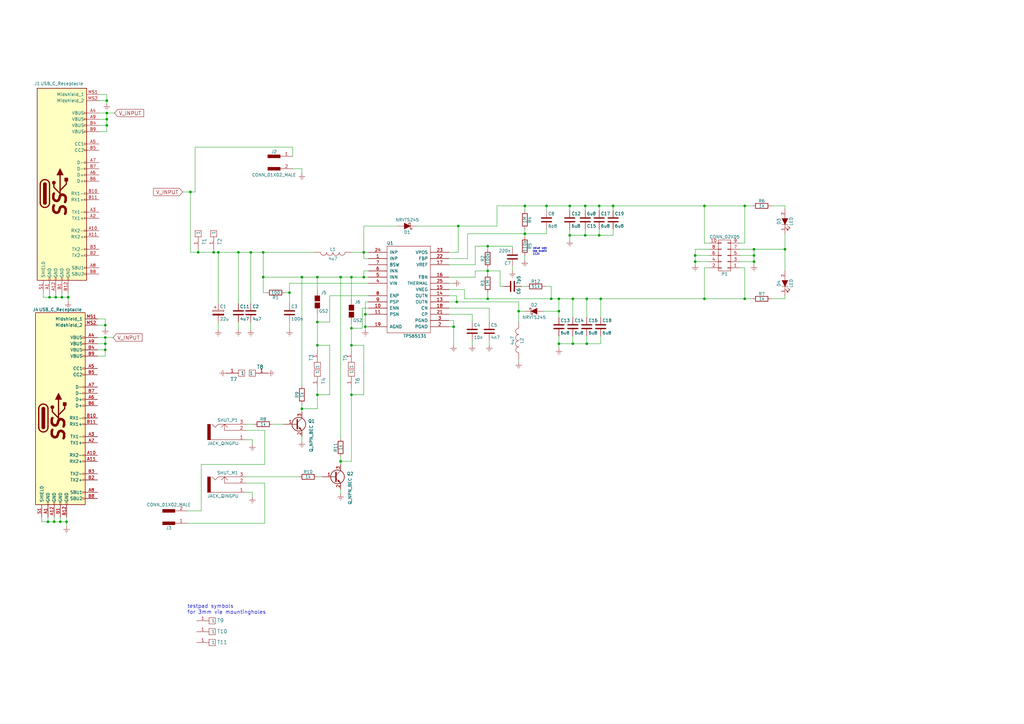
<source format=kicad_sch>
(kicad_sch (version 20231120) (generator "eeschema") (generator_version "8.0")
  (paper "A3")
  (title_block (title "IPS2 - Interruptible Power Supply 2") (rev "MK1.4") (company "Seismic Industries") (comment 1 "2HP PSU 0.7A") (comment 2 "CC-BY-SA-NC"))
  (junction (at 187.325 123.825))
  (junction (at 144.145 161.925))
  (junction (at 130.175 113.665))
  (junction (at 149.86 128.905))
  (junction (at 130.175 141.605))
  (junction (at 240.665 140.97))
  (junction (at 309.245 104.775))
  (junction (at 215.265 95.885))
  (junction (at 285.115 107.315))
  (junction (at 20.32 121.92))
  (junction (at 107.95 113.665))
  (junction (at 43.815 48.895))
  (junction (at 118.745 120.015))
  (junction (at 233.68 96.52))
  (junction (at 81.28 103.505))
  (junction (at 43.18 140.97))
  (junction (at 27.305 213.995))
  (junction (at 240.665 122.555))
  (junction (at 246.38 122.555))
  (junction (at 43.815 41.275))
  (junction (at 139.7 189.23))
  (junction (at 139.7 113.665))
  (junction (at 89.535 103.505))
  (junction (at 234.95 140.97))
  (junction (at 200.025 122.555))
  (junction (at 43.18 143.51))
  (junction (at 321.945 102.235))
  (junction (at 229.235 140.97))
  (junction (at 130.175 161.925))
  (junction (at 43.18 133.35))
  (junction (at 305.435 122.555))
  (junction (at 226.06 122.555))
  (junction (at 229.235 122.555))
  (junction (at 229.235 127.635))
  (junction (at 240.03 96.52))
  (junction (at 87.63 103.505))
  (junction (at 149.225 113.665))
  (junction (at 309.245 102.235))
  (junction (at 149.225 103.505))
  (junction (at 123.825 113.665))
  (junction (at 144.145 134.62))
  (junction (at 43.815 51.435))
  (junction (at 245.745 84.455))
  (junction (at 212.725 127.635))
  (junction (at 215.265 84.455))
  (junction (at 234.95 122.555))
  (junction (at 285.115 104.775))
  (junction (at 245.745 96.52))
  (junction (at 123.825 167.64))
  (junction (at 305.435 84.455))
  (junction (at 309.245 107.315))
  (junction (at 24.765 213.995))
  (junction (at 240.03 84.455))
  (junction (at 200.025 111.125))
  (junction (at 144.145 141.605))
  (junction (at 288.925 84.455))
  (junction (at 149.86 133.985))
  (junction (at 200.025 100.965))
  (junction (at 22.225 213.995))
  (junction (at 102.87 103.505))
  (junction (at 224.155 84.455))
  (junction (at 25.4 121.92))
  (junction (at 19.685 213.995))
  (junction (at 43.815 46.355))
  (junction (at 144.145 113.665))
  (junction (at 107.95 103.505))
  (junction (at 78.105 78.74))
  (junction (at 22.86 121.92))
  (junction (at 251.46 84.455))
  (junction (at 97.79 103.505))
  (junction (at 288.925 122.555))
  (junction (at 186.055 133.985))
  (junction (at 27.94 121.92))
  (junction (at 43.18 138.43))
  (junction (at 130.175 132.08))
  (junction (at 187.96 92.71))
  (junction (at 233.68 84.455))
  (wire (pts (xy 97.79 103.505) (xy 102.87 103.505)))
  (wire (pts (xy 151.13 111.125) (xy 149.225 111.125)))
  (wire (pts (xy 203.835 84.455) (xy 215.265 84.455)))
  (wire (pts (xy 200.025 122.555) (xy 226.06 122.555)))
  (wire (pts (xy 215.265 84.455) (xy 224.155 84.455)))
  (wire (pts (xy 170.815 92.71) (xy 187.96 92.71)))
  (wire (pts (xy 215.265 95.885) (xy 215.265 97.155)))
  (wire (pts (xy 27.305 212.09) (xy 27.305 213.995)))
  (wire (pts (xy 233.68 93.98) (xy 233.68 96.52)))
  (wire (pts (xy 40.005 146.05) (xy 43.18 146.05)))
  (wire (pts (xy 40.005 130.81) (xy 43.18 130.81)))
  (wire (pts (xy 144.145 161.925) (xy 144.145 189.23)))
  (wire (pts (xy 186.055 133.985) (xy 186.055 141.605)))
  (wire (pts (xy 135.255 141.605) (xy 135.255 161.925)))
  (wire (pts (xy 226.06 117.475) (xy 226.06 122.555)))
  (wire (pts (xy 20.32 121.92) (xy 22.86 121.92)))
  (wire (pts (xy 184.15 113.665) (xy 194.945 113.665)))
  (wire (pts (xy 240.03 96.52) (xy 245.745 96.52)))
  (wire (pts (xy 149.225 161.925) (xy 144.145 161.925)))
  (wire (pts (xy 246.38 122.555) (xy 288.925 122.555)))
  (wire (pts (xy 103.505 201.93) (xy 103.505 203.835)))
  (wire (pts (xy 229.235 127.635) (xy 229.235 130.175)))
  (wire (pts (xy 43.18 146.05) (xy 43.18 143.51)))
  (wire (pts (xy 149.225 103.505) (xy 151.13 103.505)))
  (wire (pts (xy 17.145 212.09) (xy 17.145 213.995)))
  (wire (pts (xy 118.745 116.205) (xy 118.745 120.015)))
  (wire (pts (xy 103.505 180.34) (xy 103.505 182.245)))
  (wire (pts (xy 321.945 95.885) (xy 321.945 102.235)))
  (wire (pts (xy 290.83 107.315) (xy 285.115 107.315)))
  (wire (pts (xy 194.945 113.665) (xy 194.945 111.125)))
  (wire (pts (xy 139.7 202.565) (xy 139.7 200.66)))
  (wire (pts (xy 149.225 111.125) (xy 149.225 113.665)))
  (wire (pts (xy 123.825 113.665) (xy 130.175 113.665)))
  (wire (pts (xy 102.87 132.08) (xy 102.87 135.255)))
  (wire (pts (xy 46.355 138.43) (xy 43.18 138.43)))
  (wire (pts (xy 240.665 137.795) (xy 240.665 140.97)))
  (wire (pts (xy 100.965 195.58) (xy 122.555 195.58)))
  (wire (pts (xy 22.225 213.995) (xy 24.765 213.995)))
  (wire (pts (xy 87.63 103.505) (xy 89.535 103.505)))
  (wire (pts (xy 193.675 139.7) (xy 193.675 141.605)))
  (wire (pts (xy 229.235 137.795) (xy 229.235 140.97)))
  (wire (pts (xy 305.435 122.555) (xy 308.61 122.555)))
  (wire (pts (xy 123.825 158.115) (xy 123.825 113.665)))
  (wire (pts (xy 108.585 190.5) (xy 108.585 176.53)))
  (wire (pts (xy 76.835 214.63) (xy 108.585 214.63)))
  (wire (pts (xy 184.15 108.585) (xy 194.945 108.585)))
  (wire (pts (xy 116.205 173.99) (xy 111.76 173.99)))
  (wire (pts (xy 184.15 133.985) (xy 186.055 133.985)))
  (wire (pts (xy 80.01 60.325) (xy 80.01 78.74)))
  (wire (pts (xy 135.255 161.925) (xy 130.175 161.925)))
  (wire (pts (xy 234.95 130.175) (xy 234.95 122.555)))
  (wire (pts (xy 107.95 120.015) (xy 109.22 120.015)))
  (wire (pts (xy 187.325 123.825) (xy 212.725 123.825)))
  (wire (pts (xy 123.825 167.64) (xy 123.825 168.91)))
  (wire (pts (xy 107.95 103.505) (xy 128.905 103.505)))
  (wire (pts (xy 130.175 118.745) (xy 130.175 113.665)))
  (wire (pts (xy 107.95 113.665) (xy 123.825 113.665)))
  (wire (pts (xy 194.945 100.965) (xy 200.025 100.965)))
  (wire (pts (xy 200.025 120.015) (xy 200.025 122.555)))
  (wire (pts (xy 303.53 104.775) (xy 309.245 104.775)))
  (wire (pts (xy 229.235 140.97) (xy 234.95 140.97)))
  (wire (pts (xy 149.225 113.665) (xy 151.13 113.665)))
  (wire (pts (xy 118.745 132.08) (xy 118.745 135.255)))
  (wire (pts (xy 245.745 96.52) (xy 245.745 93.98)))
  (wire (pts (xy 212.725 147.32) (xy 212.725 148.59)))
  (wire (pts (xy 184.15 123.825) (xy 187.325 123.825)))
  (wire (pts (xy 89.535 135.255) (xy 89.535 132.08)))
  (wire (pts (xy 130.175 141.605) (xy 135.255 141.605)))
  (wire (pts (xy 135.255 121.285) (xy 135.255 132.08)))
  (wire (pts (xy 123.825 165.735) (xy 123.825 167.64)))
  (wire (pts (xy 20.32 120.015) (xy 20.32 121.92)))
  (wire (pts (xy 19.685 213.995) (xy 22.225 213.995)))
  (wire (pts (xy 89.535 103.505) (xy 89.535 124.46)))
  (wire (pts (xy 215.265 93.98) (xy 215.265 95.885)))
  (wire (pts (xy 240.03 84.455) (xy 245.745 84.455)))
  (wire (pts (xy 19.685 212.09) (xy 19.685 213.995)))
  (wire (pts (xy 223.52 117.475) (xy 226.06 117.475)))
  (wire (pts (xy 144.145 159.385) (xy 144.145 161.925)))
  (wire (pts (xy 149.86 133.985) (xy 149.86 135.255)))
  (wire (pts (xy 82.55 209.55) (xy 82.55 190.5)))
  (wire (pts (xy 108.585 176.53) (xy 100.965 176.53)))
  (wire (pts (xy 251.46 86.36) (xy 251.46 84.455)))
  (wire (pts (xy 123.825 69.215) (xy 120.015 69.215)))
  (wire (pts (xy 20.32 121.92) (xy 17.78 121.92)))
  (wire (pts (xy 43.815 51.435) (xy 43.815 48.895)))
  (wire (pts (xy 191.77 95.885) (xy 215.265 95.885)))
  (wire (pts (xy 148.59 134.62) (xy 144.145 134.62)))
  (wire (pts (xy 200.025 100.965) (xy 200.025 102.235)))
  (wire (pts (xy 43.18 133.35) (xy 43.18 134.62)))
  (wire (pts (xy 191.77 106.045) (xy 191.77 95.885)))
  (wire (pts (xy 245.745 84.455) (xy 251.46 84.455)))
  (wire (pts (xy 321.945 102.235) (xy 321.945 111.125)))
  (wire (pts (xy 144.145 113.665) (xy 149.225 113.665)))
  (wire (pts (xy 130.175 132.08) (xy 130.175 141.605)))
  (wire (pts (xy 290.83 102.235) (xy 285.115 102.235)))
  (wire (pts (xy 108.585 198.12) (xy 100.965 198.12)))
  (wire (pts (xy 215.9 117.475) (xy 213.995 117.475)))
  (wire (pts (xy 149.86 133.985) (xy 151.13 133.985)))
  (wire (pts (xy 27.305 213.995) (xy 27.305 215.9)))
  (wire (pts (xy 194.945 111.125) (xy 200.025 111.125)))
  (wire (pts (xy 89.535 103.505) (xy 97.79 103.505)))
  (wire (pts (xy 43.18 140.97) (xy 43.18 138.43)))
  (wire (pts (xy 245.745 86.36) (xy 245.745 84.455)))
  (wire (pts (xy 149.225 103.505) (xy 149.225 106.045)))
  (wire (pts (xy 78.105 78.74) (xy 78.105 103.505)))
  (wire (pts (xy 139.7 187.325) (xy 139.7 189.23)))
  (wire (pts (xy 120.015 60.325) (xy 80.01 60.325)))
  (wire (pts (xy 22.225 212.09) (xy 22.225 213.995)))
  (wire (pts (xy 24.765 213.995) (xy 27.305 213.995)))
  (wire (pts (xy 186.055 116.205) (xy 184.15 116.205)))
  (wire (pts (xy 25.4 120.015) (xy 25.4 121.92)))
  (wire (pts (xy 120.015 64.135) (xy 120.015 60.325)))
  (wire (pts (xy 108.585 214.63) (xy 108.585 198.12)))
  (wire (pts (xy 151.13 128.905) (xy 149.86 128.905)))
  (wire (pts (xy 144.145 122.555) (xy 144.145 113.665)))
  (wire (pts (xy 132.08 195.58) (xy 130.175 195.58)))
  (wire (pts (xy 200.025 111.125) (xy 205.105 111.125)))
  (wire (pts (xy 163.195 92.71) (xy 149.225 92.71)))
  (wire (pts (xy 40.64 38.735) (xy 43.815 38.735)))
  (wire (pts (xy 144.145 141.605) (xy 149.225 141.605)))
  (wire (pts (xy 82.55 190.5) (xy 108.585 190.5)))
  (wire (pts (xy 233.68 84.455) (xy 233.68 86.36)))
  (wire (pts (xy 149.225 141.605) (xy 149.225 161.925)))
  (wire (pts (xy 43.18 130.81) (xy 43.18 133.35)))
  (wire (pts (xy 130.175 161.925) (xy 130.175 167.64)))
  (wire (pts (xy 24.765 212.09) (xy 24.765 213.995)))
  (wire (pts (xy 17.145 213.995) (xy 19.685 213.995)))
  (wire (pts (xy 245.745 96.52) (xy 251.46 96.52)))
  (wire (pts (xy 246.38 130.175) (xy 246.38 122.555)))
  (wire (pts (xy 144.145 132.715) (xy 144.145 134.62)))
  (wire (pts (xy 187.96 92.71) (xy 203.835 92.71)))
  (wire (pts (xy 309.245 107.315) (xy 303.53 107.315)))
  (wire (pts (xy 222.885 127.635) (xy 229.235 127.635)))
  (wire (pts (xy 43.815 41.275) (xy 43.815 42.545)))
  (wire (pts (xy 285.115 104.775) (xy 285.115 107.315)))
  (wire (pts (xy 40.005 133.35) (xy 43.18 133.35)))
  (wire (pts (xy 81.28 102.235) (xy 81.28 103.505)))
  (wire (pts (xy 87.63 102.235) (xy 87.63 103.505)))
  (wire (pts (xy 290.83 99.695) (xy 288.925 99.695)))
  (wire (pts (xy 234.95 137.795) (xy 234.95 140.97)))
  (wire (pts (xy 193.675 128.905) (xy 193.675 132.08)))
  (wire (pts (xy 40.64 53.975) (xy 43.815 53.975)))
  (wire (pts (xy 78.105 103.505) (xy 81.28 103.505)))
  (wire (pts (xy 184.15 128.905) (xy 193.675 128.905)))
  (wire (pts (xy 305.435 109.855) (xy 303.53 109.855)))
  (wire (pts (xy 116.84 120.015) (xy 118.745 120.015)))
  (wire (pts (xy 321.945 122.555) (xy 321.945 121.285)))
  (wire (pts (xy 316.23 122.555) (xy 321.945 122.555)))
  (wire (pts (xy 43.815 53.975) (xy 43.815 51.435)))
  (wire (pts (xy 149.225 92.71) (xy 149.225 103.505)))
  (wire (pts (xy 240.03 86.36) (xy 240.03 84.455)))
  (wire (pts (xy 102.87 103.505) (xy 107.95 103.505)))
  (wire (pts (xy 135.255 121.285) (xy 151.13 121.285)))
  (wire (pts (xy 40.64 48.895) (xy 43.815 48.895)))
  (wire (pts (xy 288.925 122.555) (xy 305.435 122.555)))
  (wire (pts (xy 144.145 141.605) (xy 144.145 143.51)))
  (wire (pts (xy 118.745 116.205) (xy 151.13 116.205)))
  (wire (pts (xy 285.115 102.235) (xy 285.115 104.775)))
  (wire (pts (xy 233.68 96.52) (xy 240.03 96.52)))
  (wire (pts (xy 240.03 93.98) (xy 240.03 96.52)))
  (wire (pts (xy 43.815 46.355) (xy 40.64 46.355)))
  (wire (pts (xy 215.265 84.455) (xy 215.265 86.36)))
  (wire (pts (xy 22.86 120.015) (xy 22.86 121.92)))
  (wire (pts (xy 234.95 122.555) (xy 240.665 122.555)))
  (wire (pts (xy 288.925 84.455) (xy 305.435 84.455)))
  (wire (pts (xy 135.255 132.08) (xy 130.175 132.08)))
  (wire (pts (xy 305.435 84.455) (xy 308.61 84.455)))
  (wire (pts (xy 144.145 103.505) (xy 149.225 103.505)))
  (wire (pts (xy 97.79 132.08) (xy 97.79 135.255)))
  (wire (pts (xy 144.145 134.62) (xy 144.145 141.605)))
  (wire (pts (xy 139.7 179.705) (xy 139.7 113.665)))
  (wire (pts (xy 27.94 121.92) (xy 27.94 123.825)))
  (wire (pts (xy 251.46 84.455) (xy 288.925 84.455)))
  (wire (pts (xy 130.175 141.605) (xy 130.175 143.51)))
  (wire (pts (xy 25.4 121.92) (xy 27.94 121.92)))
  (wire (pts (xy 149.86 128.905) (xy 149.86 133.985)))
  (wire (pts (xy 200.66 126.365) (xy 200.66 132.08)))
  (wire (pts (xy 303.53 99.695) (xy 305.435 99.695)))
  (wire (pts (xy 215.265 127.635) (xy 212.725 127.635)))
  (wire (pts (xy 184.15 126.365) (xy 200.66 126.365)))
  (wire (pts (xy 309.245 107.315) (xy 309.245 108.585)))
  (wire (pts (xy 309.245 102.235) (xy 309.245 104.775)))
  (wire (pts (xy 200.025 111.125) (xy 200.025 112.395)))
  (wire (pts (xy 226.06 122.555) (xy 229.235 122.555)))
  (wire (pts (xy 148.59 126.365) (xy 148.59 134.62)))
  (wire (pts (xy 144.145 189.23) (xy 139.7 189.23)))
  (wire (pts (xy 130.175 113.665) (xy 139.7 113.665)))
  (wire (pts (xy 184.15 121.285) (xy 187.325 121.285)))
  (wire (pts (xy 46.99 46.355) (xy 43.815 46.355)))
  (wire (pts (xy 246.38 140.97) (xy 246.38 137.795)))
  (wire (pts (xy 123.825 71.12) (xy 123.825 69.215)))
  (wire (pts (xy 288.925 109.855) (xy 290.83 109.855)))
  (wire (pts (xy 234.95 140.97) (xy 240.665 140.97)))
  (wire (pts (xy 215.265 104.775) (xy 215.265 106.68)))
  (wire (pts (xy 210.185 100.965) (xy 210.185 101.6)))
  (wire (pts (xy 43.815 48.895) (xy 43.815 46.355)))
  (wire (pts (xy 184.15 103.505) (xy 187.96 103.505)))
  (wire (pts (xy 215.265 95.885) (xy 224.155 95.885)))
  (wire (pts (xy 251.46 96.52) (xy 251.46 93.98)))
  (wire (pts (xy 316.23 84.455) (xy 321.945 84.455)))
  (wire (pts (xy 130.175 128.905) (xy 130.175 132.08)))
  (wire (pts (xy 309.245 102.235) (xy 321.945 102.235)))
  (wire (pts (xy 43.18 143.51) (xy 43.18 140.97)))
  (wire (pts (xy 200.66 139.7) (xy 200.66 141.605)))
  (wire (pts (xy 81.28 103.505) (xy 87.63 103.505)))
  (wire (pts (xy 200.025 100.965) (xy 210.185 100.965)))
  (wire (pts (xy 118.745 120.015) (xy 118.745 124.46)))
  (wire (pts (xy 27.94 120.015) (xy 27.94 121.92)))
  (wire (pts (xy 100.965 173.99) (xy 104.14 173.99)))
  (wire (pts (xy 76.835 209.55) (xy 82.55 209.55)))
  (wire (pts (xy 17.78 121.92) (xy 17.78 120.015)))
  (wire (pts (xy 102.87 103.505) (xy 102.87 124.46)))
  (wire (pts (xy 184.15 106.045) (xy 191.77 106.045)))
  (wire (pts (xy 123.825 179.07) (xy 123.825 180.975)))
  (wire (pts (xy 22.86 121.92) (xy 25.4 121.92)))
  (wire (pts (xy 305.435 122.555) (xy 305.435 109.855)))
  (wire (pts (xy 303.53 102.235) (xy 309.245 102.235)))
  (wire (pts (xy 321.945 84.455) (xy 321.945 85.725)))
  (wire (pts (xy 149.86 123.825) (xy 149.86 128.905)))
  (wire (pts (xy 107.95 113.665) (xy 107.95 120.015)))
  (wire (pts (xy 205.105 117.475) (xy 206.375 117.475)))
  (wire (pts (xy 187.325 121.285) (xy 187.325 123.825)))
  (wire (pts (xy 190.5 122.555) (xy 200.025 122.555)))
  (wire (pts (xy 40.64 51.435) (xy 43.815 51.435)))
  (wire (pts (xy 43.815 38.735) (xy 43.815 41.275)))
  (wire (pts (xy 240.665 140.97) (xy 246.38 140.97)))
  (wire (pts (xy 240.665 130.175) (xy 240.665 122.555)))
  (wire (pts (xy 107.95 103.505) (xy 107.95 113.665)))
  (wire (pts (xy 190.5 118.745) (xy 190.5 122.555)))
  (wire (pts (xy 184.15 118.745) (xy 190.5 118.745)))
  (wire (pts (xy 229.235 140.97) (xy 229.235 142.875)))
  (wire (pts (xy 78.105 78.74) (xy 80.01 78.74)))
  (wire (pts (xy 40.64 41.275) (xy 43.815 41.275)))
  (wire (pts (xy 229.235 122.555) (xy 229.235 127.635)))
  (wire (pts (xy 309.245 104.775) (xy 309.245 107.315)))
  (wire (pts (xy 210.185 111.125) (xy 210.185 109.22)))
  (wire (pts (xy 187.96 103.505) (xy 187.96 92.71)))
  (wire (pts (xy 97.79 124.46) (xy 97.79 103.505)))
  (wire (pts (xy 149.225 106.045) (xy 151.13 106.045)))
  (wire (pts (xy 224.155 95.885) (xy 224.155 93.98)))
  (wire (pts (xy 212.725 123.825) (xy 212.725 127.635)))
  (wire (pts (xy 224.155 84.455) (xy 233.68 84.455)))
  (wire (pts (xy 233.68 84.455) (xy 240.03 84.455)))
  (wire (pts (xy 184.15 131.445) (xy 186.055 131.445)))
  (wire (pts (xy 233.68 96.52) (xy 233.68 98.425)))
  (wire (pts (xy 100.965 180.34) (xy 103.505 180.34)))
  (wire (pts (xy 288.925 122.555) (xy 288.925 109.855)))
  (wire (pts (xy 40.005 143.51) (xy 43.18 143.51)))
  (wire (pts (xy 43.18 138.43) (xy 40.005 138.43)))
  (wire (pts (xy 139.7 113.665) (xy 144.145 113.665)))
  (wire (pts (xy 205.105 111.125) (xy 205.105 117.475)))
  (wire (pts (xy 74.93 78.74) (xy 78.105 78.74)))
  (wire (pts (xy 151.13 126.365) (xy 148.59 126.365)))
  (wire (pts (xy 186.055 131.445) (xy 186.055 133.985)))
  (wire (pts (xy 240.665 122.555) (xy 246.38 122.555)))
  (wire (pts (xy 151.13 123.825) (xy 149.86 123.825)))
  (wire (pts (xy 100.965 201.93) (xy 103.505 201.93)))
  (wire (pts (xy 212.725 127.635) (xy 212.725 132.08)))
  (wire (pts (xy 40.005 140.97) (xy 43.18 140.97)))
  (wire (pts (xy 288.925 99.695) (xy 288.925 84.455)))
  (wire (pts (xy 200.025 109.855) (xy 200.025 111.125)))
  (wire (pts (xy 224.155 84.455) (xy 224.155 86.36)))
  (wire (pts (xy 130.175 167.64) (xy 123.825 167.64)))
  (wire (pts (xy 130.175 159.385) (xy 130.175 161.925)))
  (wire (pts (xy 285.115 107.315) (xy 285.115 108.585)))
  (wire (pts (xy 229.235 122.555) (xy 234.95 122.555)))
  (wire (pts (xy 203.835 92.71) (xy 203.835 84.455)))
  (wire (pts (xy 305.435 99.695) (xy 305.435 84.455)))
  (wire (pts (xy 290.83 104.775) (xy 285.115 104.775)))
  (wire (pts (xy 139.7 189.23) (xy 139.7 190.5)))
  (wire (pts (xy 194.945 108.585) (xy 194.945 100.965)))
  (text "testpad symbols\nfor 3mm via mountingholes\n" (at 76.835 252.095 0) (effects (font (size 1.524 1.524)) (justify left bottom)))
  (text "value was \ntoo exotic\n112k" (at 218.44 104.775 0) (effects (font (size 0.762 0.762)) (justify left bottom)))
  (global_label "V_INPUT" (shape input) (at 46.355 138.43 0) (effects (font (size 1.524 1.524))) (property "Intersheetrefs" "${INTERSHEET_REFS}" (effects (hide yes))))
  (global_label "V_INPUT" (shape input) (at 74.93 78.74 180) (effects (font (size 1.524 1.524))) (property "Intersheetrefs" "${INTERSHEET_REFS}" (effects (hide yes))))
  (global_label "V_INPUT" (shape input) (at 46.99 46.355 0) (effects (font (size 1.524 1.524))) (property "Intersheetrefs" "${INTERSHEET_REFS}" (effects (hide yes))))
  (symbol (lib_id "IPS2-rescue:CONN_02X05-raffilibkicad") (at 297.18 104.775 180) (unit 1)
    (property "Reference" "P1" (at 297.18 112.395 0))
    (property "Value" "CONN_02X05" (at 297.18 97.155 0))
    (property "Footprint" "raffilibkicad:Pin_Header_Angled_2x05_Pitch2.54mm_with_space_for_con" (effects (hide yes)))
    (property "MFR" "Amphenol FCI" (effects (hide yes)))
    (property "MPN" "649-68020-110HLF" (effects (hide yes)))
    (property "SPR" "Mouser" (effects (hide yes)))
    (property "SPN" "68020-110HLF" (effects (hide yes)))
  )
  (symbol (lib_id "IPS2-rescue:C-raffilibkicad") (at 118.745 128.27 0) (unit 1)
    (property "Reference" "C3" (at 119.38 125.73 0) (effects (justify left)))
    (property "Value" "100n" (at 119.38 130.81 0) (effects (justify left)))
    (property "Footprint" "raffilibkicad:C_0603" (effects (hide yes)))
    (property "MFR" "Kemet" (effects (hide yes)))
    (property "MPN" "C0603C104Z3VACTU" (effects (hide yes)))
    (property "SPR" "Mouser" (effects (hide yes)))
    (property "SPN" "80-C0603C104Z3V" (effects (hide yes)))
    (property "LCSC" "C14663" (effects (hide yes)))
  )
  (symbol (lib_id "IPS2-rescue:R-raffilibkicad") (at 113.03 120.015 270) (unit 1)
    (property "Reference" "R1" (at 113.03 122.047 90))
    (property "Value" "100" (at 113.03 120.015 90))
    (property "Footprint" "raffilibkicad:R_0603" (effects (hide yes)))
    (property "MFR" "Vishay" (effects (hide yes)))
    (property "MPN" "CRCW0603100RFKEAC" (effects (hide yes)))
    (property "SPR" "Mouser" (effects (hide yes)))
    (property "SPN" "71-CRCW0603100RFKEAC" (effects (hide yes)))
    (property "LCSC" "C22775" (effects (hide yes)))
  )
  (symbol (lib_id "IPS2-rescue:TPS65131-raffilibkicad") (at 167.64 118.745 0) (unit 1)
    (property "Reference" "U1" (at 160.02 99.695 0))
    (property "Value" "TPS65131" (at 170.18 137.795 0))
    (property "Footprint" "raffilibkicad:QFN-24-4x4mm_Pitch0.5mm_handsolder_big_thermal_hole" (effects (hide yes)))
    (property "MFR" "Texas" (effects (hide yes)))
    (property "MPN" "TPS65131RGER" (effects (hide yes)))
    (property "SPR" "Mouser" (effects (hide yes)))
    (property "SPN" "595-TPS65131RGER" (effects (hide yes)))
    (property "LCSC" "C87663" (effects (hide yes)))
  )
  (symbol (lib_id "IPS2-rescue:INDUCTOR-raffilibkicad") (at 136.525 103.505 270) (unit 1)
    (property "Reference" "L1" (at 136.525 102.235 90))
    (property "Value" "4u7" (at 136.525 106.045 90))
    (property "Footprint" "raffilibkicad:Inductor_SRN4018TA_bourns" (effects (hide yes)))
    (property "MFR" "Bourns" (effects (hide yes)))
    (property "MPN" "SRN4018TA-4R7M" (effects (hide yes)))
    (property "SPR" "Mouser" (effects (hide yes)))
    (property "SPN" "652-SRN4018TA-4R7M" (effects (hide yes)))
    (property "LCSC" "C1330726" (effects (hide yes)))
  )
  (symbol (lib_id "IPS2-rescue:CP-raffilibkicad") (at 89.535 128.27 0) (unit 1)
    (property "Reference" "C1" (at 90.17 125.73 0) (effects (justify left)))
    (property "Value" "22u" (at 90.17 130.81 0) (effects (justify left)))
    (property "Footprint" "raffilibkicad:CP_Elec_7.3x4.3" (effects (hide yes)))
    (property "MFR" "Panasonic" (effects (hide yes)))
    (property "MPN" "EEF-CX1D220R" (effects (hide yes)))
    (property "SPR" "Mouser" (effects (hide yes)))
    (property "SPN" "667-EEF-CX1D220R" (effects (hide yes)))
    (property "LCSC" "C465932" (effects (hide yes)))
  )
  (symbol (lib_id "IPS2-rescue:D_Schottky-raffilibkicad") (at 167.005 92.71 180) (unit 1)
    (property "Reference" "D1" (at 167.005 95.25 0))
    (property "Value" "NRVTS245" (at 167.005 90.17 0))
    (property "Footprint" "raffilibkicad:D_SOD-123F" (effects (hide yes)))
    (property "MFR" "ON Semiconductor" (effects (hide yes)))
    (property "MPN" "NRVTS245ESFT3G" (effects (hide yes)))
    (property "SPR" "Mouser" (effects (hide yes)))
    (property "SPN" "863-NRVTS245ESFT3G" (effects (hide yes)))
    (property "LCSC" "C154804" (effects (hide yes)))
  )
  (symbol (lib_id "IPS2-rescue:R-raffilibkicad") (at 215.265 90.17 0) (unit 1)
    (property "Reference" "R4" (at 217.297 90.17 90))
    (property "Value" "1M" (at 215.265 90.17 90))
    (property "Footprint" "raffilibkicad:R_0603" (effects (hide yes)))
    (property "MFR" "Yageo" (effects (hide yes)))
    (property "MPN" "RC0603FR-071ML" (effects (hide yes)))
    (property "SPR" "Mouser" (effects (hide yes)))
    (property "SPN" "603-RC0603FR-071ML" (effects (hide yes)))
    (property "LCSC" "C22935" (effects (hide yes)))
  )
  (symbol (lib_id "IPS2-rescue:R-raffilibkicad") (at 215.265 100.965 0) (unit 1)
    (property "Reference" "R5" (at 217.297 100.965 90))
    (property "Value" "110k" (at 215.265 100.965 90))
    (property "Footprint" "raffilibkicad:R_0603" (effects (hide yes)))
    (property "MFR" "Bourns" (effects (hide yes)))
    (property "MPN" "CR0603-FX-1103ELF" (effects (hide yes)))
    (property "SPR" "Mouser" (effects (hide yes)))
    (property "SPN" "652-CR0603FX-1103ELF" (effects (hide yes)))
    (property "LCSC" "C25805" (effects (hide yes)))
  )
  (symbol (lib_id "IPS2-rescue:C-raffilibkicad") (at 224.155 90.17 0) (unit 1)
    (property "Reference" "C8" (at 224.79 87.63 0) (effects (justify left)))
    (property "Value" "6p8" (at 224.79 92.71 0) (effects (justify left)))
    (property "Footprint" "raffilibkicad:C_0603" (effects (hide yes)))
    (property "MFR" "Wuerth" (effects (hide yes)))
    (property "MPN" "885012006050" (effects (hide yes)))
    (property "SPR" "Mouser" (effects (hide yes)))
    (property "SPN" "710-885012006050" (effects (hide yes)))
    (property "LCSC" "C1679" (effects (hide yes)))
  )
  (symbol (lib_id "IPS2-rescue:C-raffilibkicad") (at 193.675 135.89 0) (unit 1)
    (property "Reference" "C4" (at 194.31 133.35 0) (effects (justify left)))
    (property "Value" "10n" (at 194.31 138.43 0) (effects (justify left)))
    (property "Footprint" "raffilibkicad:C_0603" (effects (hide yes)))
    (property "MFR" "Wuerth" (effects (hide yes)))
    (property "MPN" "885012206065" (effects (hide yes)))
    (property "SPR" "Mouser" (effects (hide yes)))
    (property "SPN" "710-885012206065" (effects (hide yes)))
    (property "LCSC" "C57112" (effects (hide yes)))
  )
  (symbol (lib_id "IPS2-rescue:C-raffilibkicad") (at 200.66 135.89 0) (unit 1)
    (property "Reference" "C5" (at 201.295 133.35 0) (effects (justify left)))
    (property "Value" "4n7" (at 201.295 138.43 0) (effects (justify left)))
    (property "Footprint" "raffilibkicad:C_0603" (effects (hide yes)))
    (property "MFR" "Wuerth" (effects (hide yes)))
    (property "MPN" "885012206087" (effects (hide yes)))
    (property "SPR" "Mouser" (effects (hide yes)))
    (property "SPN" "710-885012206087" (effects (hide yes)))
    (property "LCSC" "C53987" (effects (hide yes)))
  )
  (symbol (lib_id "IPS2-rescue:INDUCTOR-raffilibkicad") (at 212.725 139.7 180) (unit 1)
    (property "Reference" "L2" (at 213.995 139.7 90))
    (property "Value" "4u7" (at 210.185 139.7 90))
    (property "Footprint" "raffilibkicad:Inductor_SRN4018TA_bourns" (effects (hide yes)))
    (property "MFR" "Bourns" (effects (hide yes)))
    (property "MPN" "SRN4018TA-4R7M" (effects (hide yes)))
    (property "SPR" "Mouser" (effects (hide yes)))
    (property "SPN" "652-SRN4018TA-4R7M" (effects (hide yes)))
    (property "LCSC" "C1330726" (effects (hide yes)))
  )
  (symbol (lib_id "IPS2-rescue:D_Schottky-raffilibkicad") (at 219.075 127.635 0) (unit 1)
    (property "Reference" "D2" (at 219.075 125.095 0))
    (property "Value" "NRVTS245" (at 219.075 130.175 0))
    (property "Footprint" "raffilibkicad:D_SOD-123F" (effects (hide yes)))
    (property "MFR" "ON Semiconductor" (effects (hide yes)))
    (property "MPN" "NRVTS245ESFT3G" (effects (hide yes)))
    (property "SPR" "Mouser" (effects (hide yes)))
    (property "SPN" "863-NRVTS245ESFT3G" (effects (hide yes)))
    (property "LCSC" "C154804" (effects (hide yes)))
  )
  (symbol (lib_id "IPS2-rescue:Earth-power") (at 186.055 141.605 0) (unit 1)
    (property "Reference" "#PWR01" (effects (hide yes)))
    (property "Value" "Earth" (effects (hide yes)))
  )
  (symbol (lib_id "IPS2-rescue:Earth-power") (at 193.675 141.605 0) (unit 1)
    (property "Reference" "#PWR02" (effects (hide yes)))
    (property "Value" "Earth" (effects (hide yes)))
  )
  (symbol (lib_id "IPS2-rescue:Earth-power") (at 200.66 141.605 0) (unit 1)
    (property "Reference" "#PWR03" (effects (hide yes)))
    (property "Value" "Earth" (effects (hide yes)))
  )
  (symbol (lib_id "IPS2-rescue:Earth-power") (at 186.055 116.205 90) (unit 1)
    (property "Reference" "#PWR04" (effects (hide yes)))
    (property "Value" "Earth" (effects (hide yes)))
  )
  (symbol (lib_id "IPS2-rescue:R-raffilibkicad") (at 200.025 106.045 180) (unit 1)
    (property "Reference" "R2" (at 197.993 106.045 90))
    (property "Value" "100k" (at 200.025 106.045 90))
    (property "Footprint" "raffilibkicad:R_0603" (effects (hide yes)))
    (property "MFR" "Vishay / Draloric" (effects (hide yes)))
    (property "MPN" "RCA0603100KJNEC" (effects (hide yes)))
    (property "SPR" "Mouser" (effects (hide yes)))
    (property "SPN" "71-RCA0603100KJNEC" (effects (hide yes)))
    (property "LCSC" "C25803" (effects (hide yes)))
  )
  (symbol (lib_id "IPS2-rescue:Earth-power") (at 233.68 98.425 0) (unit 1)
    (property "Reference" "#PWR05" (effects (hide yes)))
    (property "Value" "Earth" (effects (hide yes)))
  )
  (symbol (lib_id "IPS2-rescue:C-raffilibkicad") (at 210.185 105.41 180) (unit 1)
    (property "Reference" "C7" (at 209.55 107.95 0) (effects (justify left)))
    (property "Value" "220n" (at 209.55 102.87 0) (effects (justify left)))
    (property "Footprint" "raffilibkicad:C_0603" (effects (hide yes)))
    (property "MFR" "Yageo" (effects (hide yes)))
    (property "MPN" "CC603KRX7R7BB224" (effects (hide yes)))
    (property "SPR" "Mouser" (effects (hide yes)))
    (property "SPN" "603-CC603KRX7R7BB224" (effects (hide yes)))
    (property "LCSC" "C21120" (effects (hide yes)))
  )
  (symbol (lib_id "IPS2-rescue:Earth-power") (at 210.185 111.125 0) (unit 1)
    (property "Reference" "#PWR06" (effects (hide yes)))
    (property "Value" "Earth" (effects (hide yes)))
  )
  (symbol (lib_id "IPS2-rescue:R-raffilibkicad") (at 200.025 116.205 180) (unit 1)
    (property "Reference" "R3" (at 197.993 116.205 90))
    (property "Value" "1M" (at 200.025 116.205 90))
    (property "Footprint" "raffilibkicad:R_0603" (effects (hide yes)))
    (property "MFR" "Yageo" (effects (hide yes)))
    (property "MPN" "RC0603FR-071ML" (effects (hide yes)))
    (property "SPR" "Mouser" (effects (hide yes)))
    (property "SPN" "603-RC0603FR-071ML" (effects (hide yes)))
    (property "LCSC" "C22935" (effects (hide yes)))
  )
  (symbol (lib_id "IPS2-rescue:C-raffilibkicad") (at 210.185 117.475 270) (unit 1)
    (property "Reference" "C6" (at 212.725 118.11 0) (effects (justify left)))
    (property "Value" "7p5" (at 212.725 113.03 0) (effects (justify left)))
    (property "Footprint" "raffilibkicad:C_0603" (effects (hide yes)))
    (property "MFR" "Murata" (effects (hide yes)))
    (property "MPN" "GRM1885C1H7R5BA1D" (effects (hide yes)))
    (property "SPR" "Mouser" (effects (hide yes)))
    (property "SPN" "81-GRM1885C1H7R5BA1D" (effects (hide yes)))
    (property "LCSC" "C53424" (effects (hide yes)))
  )
  (symbol (lib_id "IPS2-rescue:Earth-power") (at 149.86 135.255 0) (unit 1)
    (property "Reference" "#PWR07" (effects (hide yes)))
    (property "Value" "Earth" (effects (hide yes)))
  )
  (symbol (lib_id "IPS2-rescue:Earth-power") (at 118.745 135.255 0) (unit 1)
    (property "Reference" "#PWR08" (effects (hide yes)))
    (property "Value" "Earth" (effects (hide yes)))
  )
  (symbol (lib_id "IPS2-rescue:Earth-power") (at 102.87 135.255 0) (unit 1)
    (property "Reference" "#PWR09" (effects (hide yes)))
    (property "Value" "Earth" (effects (hide yes)))
  )
  (symbol (lib_id "IPS2-rescue:Earth-power") (at 103.505 182.245 0) (unit 1)
    (property "Reference" "#PWR010" (effects (hide yes)))
    (property "Value" "Earth" (effects (hide yes)))
  )
  (symbol (lib_id "IPS2-rescue:Earth-power") (at 212.725 148.59 0) (unit 1)
    (property "Reference" "#PWR011" (effects (hide yes)))
    (property "Value" "Earth" (effects (hide yes)))
  )
  (symbol (lib_id "IPS2-rescue:Earth-power") (at 229.235 142.875 0) (unit 1)
    (property "Reference" "#PWR012" (effects (hide yes)))
    (property "Value" "Earth" (effects (hide yes)))
  )
  (symbol (lib_id "IPS2-rescue:Earth-power") (at 215.265 106.68 0) (unit 1)
    (property "Reference" "#PWR013" (effects (hide yes)))
    (property "Value" "Earth" (effects (hide yes)))
  )
  (symbol (lib_id "IPS2-rescue:Earth-power") (at 285.115 108.585 0) (unit 1)
    (property "Reference" "#PWR014" (effects (hide yes)))
    (property "Value" "Earth" (effects (hide yes)))
  )
  (symbol (lib_id "IPS2-rescue:Earth-power") (at 309.245 108.585 0) (unit 1)
    (property "Reference" "#PWR015" (effects (hide yes)))
    (property "Value" "Earth" (effects (hide yes)))
  )
  (symbol (lib_id "IPS2-rescue:LED-raffilibkicad") (at 321.945 90.805 90) (unit 1)
    (property "Reference" "D3" (at 319.405 90.805 0))
    (property "Value" "LED" (at 324.485 90.805 0))
    (property "Footprint" "raffilibkicad:C_0805" (effects (hide yes)))
    (property "MFR" "Kingbright" (effects (hide yes)))
    (property "MPN" "APT2012SGC" (effects (hide yes)))
    (property "SPR" "Mouser" (effects (hide yes)))
    (property "SPN" "604-APT2012SGC" (effects (hide yes)))
    (property "LCSC" "C5353439" (effects (hide yes)))
  )
  (symbol (lib_id "IPS2-rescue:LED-raffilibkicad") (at 321.945 116.205 90) (unit 1)
    (property "Reference" "D4" (at 319.405 116.205 0))
    (property "Value" "LED" (at 324.485 116.205 0))
    (property "Footprint" "raffilibkicad:C_0805" (effects (hide yes)))
    (property "MFR" "Kingbright" (effects (hide yes)))
    (property "MPN" "APT2012SGC" (effects (hide yes)))
    (property "SPR" "Mouser" (effects (hide yes)))
    (property "SPN" "604-APT2012SGC" (effects (hide yes)))
    (property "LCSC" "C5353439" (effects (hide yes)))
  )
  (symbol (lib_id "IPS2-rescue:R-raffilibkicad") (at 312.42 84.455 90) (unit 1)
    (property "Reference" "R6" (at 312.42 82.423 90))
    (property "Value" "1k" (at 312.42 84.455 90))
    (property "Footprint" "raffilibkicad:R_0603" (effects (hide yes)))
    (property "MFR" "Yageo" (effects (hide yes)))
    (property "MPN" "RC0603FR-071KL" (effects (hide yes)))
    (property "SPR" "Mouser" (effects (hide yes)))
    (property "SPN" "603-RC0603FR-071KL" (effects (hide yes)))
    (property "LCSC" "C21190" (effects (hide yes)))
  )
  (symbol (lib_id "IPS2-rescue:R-raffilibkicad") (at 312.42 122.555 90) (unit 1)
    (property "Reference" "R7" (at 312.42 120.523 90))
    (property "Value" "1k" (at 312.42 122.555 90))
    (property "Footprint" "raffilibkicad:R_0603" (effects (hide yes)))
    (property "MFR" "Yageo" (effects (hide yes)))
    (property "MPN" "RC0603FR-071KL" (effects (hide yes)))
    (property "SPR" "Mouser" (effects (hide yes)))
    (property "SPN" "603-RC0603FR-071KL" (effects (hide yes)))
    (property "LCSC" "C21190" (effects (hide yes)))
  )
  (symbol (lib_id "IPS2-rescue:TESTPIN-raffilibkicad") (at 87.63 102.235 90) (unit 1)
    (property "Reference" "T2" (at 90.17 99.06 0) (effects (font (size 1.524 1.524))))
    (property "Value" "TESTPIN" (effects (hide yes)))
    (property "Footprint" "raffilibkicad:TESTPAD_SMD_and_THT_SQR" (effects (hide yes)))
  )
  (symbol (lib_id "IPS2-rescue:TESTPIN-raffilibkicad") (at 81.28 102.235 90) (unit 1)
    (property "Reference" "T1" (at 83.82 99.06 0) (effects (font (size 1.524 1.524))))
    (property "Value" "TESTPIN" (effects (hide yes)))
    (property "Footprint" "raffilibkicad:TESTPAD_SMD_and_THT_SQR" (effects (hide yes)))
  )
  (symbol (lib_id "IPS2-rescue:TESTPIN-raffilibkicad") (at 130.175 143.51 270) (unit 1)
    (property "Reference" "T3" (at 127.635 146.685 0) (effects (font (size 1.524 1.524))))
    (property "Value" "TESTPIN" (effects (hide yes)))
    (property "Footprint" "raffilibkicad:TESTPAD_SMD_and_THT_SQR" (effects (hide yes)))
  )
  (symbol (lib_id "IPS2-rescue:TESTPIN-raffilibkicad") (at 130.175 159.385 90) (unit 1)
    (property "Reference" "T4" (at 132.715 156.21 0) (effects (font (size 1.524 1.524))))
    (property "Value" "TESTPIN" (effects (hide yes)))
    (property "Footprint" "raffilibkicad:TESTPAD_SMD_and_THT_SQR" (effects (hide yes)))
  )
  (symbol (lib_id "IPS2-rescue:TESTPIN-raffilibkicad") (at 144.145 143.51 270) (unit 1)
    (property "Reference" "T5" (at 141.605 146.685 0) (effects (font (size 1.524 1.524))))
    (property "Value" "TESTPIN" (effects (hide yes)))
    (property "Footprint" "raffilibkicad:TESTPAD_SMD_and_THT_SQR" (effects (hide yes)))
  )
  (symbol (lib_id "IPS2-rescue:TESTPIN-raffilibkicad") (at 144.145 159.385 90) (unit 1)
    (property "Reference" "T6" (at 146.685 156.21 0) (effects (font (size 1.524 1.524))))
    (property "Value" "TESTPIN" (effects (hide yes)))
    (property "Footprint" "raffilibkicad:TESTPAD_SMD_and_THT_SQR" (effects (hide yes)))
  )
  (symbol (lib_id "IPS2-rescue:Q_NPN_BEC-raffilibkicad") (at 121.285 173.99 0) (unit 1)
    (property "Reference" "Q1" (at 126.365 172.72 0) (effects (justify left)))
    (property "Value" "Q_NPN_BEC" (at 127.635 185.42 90) (effects (justify left)))
    (property "Footprint" "raffilibkicad:SOT-23" (effects (hide yes)))
    (property "MFR" "ON Semiconductor" (effects (hide yes)))
    (property "MPN" "BC847CLT1G" (effects (hide yes)))
    (property "SPR" "Mouser" (effects (hide yes)))
    (property "SPN" "863-BC847CLT1G" (effects (hide yes)))
    (property "LCSC" "C150094" (effects (hide yes)))
  )
  (symbol (lib_id "IPS2-rescue:Q_NPN_BEC-raffilibkicad") (at 137.16 195.58 0) (unit 1)
    (property "Reference" "Q2" (at 142.24 194.31 0) (effects (justify left)))
    (property "Value" "Q_NPN_BEC" (at 143.51 207.01 90) (effects (justify left)))
    (property "Footprint" "raffilibkicad:SOT-23" (effects (hide yes)))
    (property "MFR" "ON Semiconductor" (effects (hide yes)))
    (property "MPN" "BC847CLT1G" (effects (hide yes)))
    (property "SPR" "Mouser" (effects (hide yes)))
    (property "SPN" "863-BC847CLT1G" (effects (hide yes)))
    (property "LCSC" "C150094" (effects (hide yes)))
  )
  (symbol (lib_id "IPS2-rescue:JACK_QINGPU-raffilibkicad") (at 92.075 177.8 0) (mirror y) (unit 1)
    (property "Reference" "SHUT_P1" (at 93.345 172.339 0))
    (property "Value" "JACK_QINGPU" (at 91.44 181.864 0))
    (property "Footprint" "raffilibkicad:jack_qingpu" (effects (hide yes)))
  )
  (symbol (lib_id "IPS2-rescue:JACK_QINGPU-raffilibkicad") (at 92.075 199.39 0) (mirror y) (unit 1)
    (property "Reference" "SHUT_M1" (at 93.345 193.929 0))
    (property "Value" "JACK_QINGPU" (at 91.44 203.454 0))
    (property "Footprint" "raffilibkicad:jack_qingpu" (effects (hide yes)))
  )
  (symbol (lib_id "IPS2-rescue:R-raffilibkicad") (at 123.825 161.925 180) (unit 1)
    (property "Reference" "R9" (at 121.793 161.925 90))
    (property "Value" "1k" (at 123.825 161.925 90))
    (property "Footprint" "raffilibkicad:R_0603" (effects (hide yes)))
    (property "MFR" "Yageo" (effects (hide yes)))
    (property "MPN" "RC0603FR-071KL" (effects (hide yes)))
    (property "SPR" "Mouser" (effects (hide yes)))
    (property "SPN" "603-RC0603FR-071KL" (effects (hide yes)))
    (property "LCSC" "C21190" (effects (hide yes)))
  )
  (symbol (lib_id "IPS2-rescue:R-raffilibkicad") (at 139.7 183.515 180) (unit 1)
    (property "Reference" "R11" (at 137.668 183.515 90))
    (property "Value" "1k" (at 139.7 183.515 90))
    (property "Footprint" "raffilibkicad:R_0603" (effects (hide yes)))
    (property "MFR" "Yageo" (effects (hide yes)))
    (property "MPN" "RC0603FR-071KL" (effects (hide yes)))
    (property "SPR" "Mouser" (effects (hide yes)))
    (property "SPN" "603-RC0603FR-071KL" (effects (hide yes)))
    (property "LCSC" "C21190" (effects (hide yes)))
  )
  (symbol (lib_id "IPS2-rescue:Earth-power") (at 139.7 202.565 0) (unit 1)
    (property "Reference" "#PWR018" (effects (hide yes)))
    (property "Value" "Earth" (effects (hide yes)))
  )
  (symbol (lib_id "IPS2-rescue:Earth-power") (at 123.825 180.975 0) (unit 1)
    (property "Reference" "#PWR019" (effects (hide yes)))
    (property "Value" "Earth" (effects (hide yes)))
  )
  (symbol (lib_id "IPS2-rescue:R-raffilibkicad") (at 107.95 173.99 90) (unit 1)
    (property "Reference" "R8" (at 107.95 171.958 90))
    (property "Value" "1k" (at 107.95 173.99 90))
    (property "Footprint" "raffilibkicad:R_0603" (effects (hide yes)))
    (property "MFR" "Yageo" (effects (hide yes)))
    (property "MPN" "RC0603FR-071KL" (effects (hide yes)))
    (property "SPR" "Mouser" (effects (hide yes)))
    (property "SPN" "603-RC0603FR-071KL" (effects (hide yes)))
    (property "LCSC" "C21190" (effects (hide yes)))
  )
  (symbol (lib_id "IPS2-rescue:R-raffilibkicad") (at 126.365 195.58 90) (unit 1)
    (property "Reference" "R10" (at 126.365 193.548 90))
    (property "Value" "1k" (at 126.365 195.58 90))
    (property "Footprint" "raffilibkicad:R_0603" (effects (hide yes)))
    (property "MFR" "Yageo" (effects (hide yes)))
    (property "MPN" "RC0603FR-071KL" (effects (hide yes)))
    (property "SPR" "Mouser" (effects (hide yes)))
    (property "SPN" "603-RC0603FR-071KL" (effects (hide yes)))
    (property "LCSC" "C21190" (effects (hide yes)))
  )
  (symbol (lib_id "IPS2-rescue:C-raffilibkicad") (at 102.87 128.27 0) (unit 1)
    (property "Reference" "C2" (at 103.505 125.73 0) (effects (justify left)))
    (property "Value" "4u7" (at 103.505 130.81 0) (effects (justify left)))
    (property "Footprint" "raffilibkicad:C_0805" (effects (hide yes)))
    (property "MFR" "Murata" (effects (hide yes)))
    (property "MPN" "GRM21BR61H475KE51L" (effects (hide yes)))
    (property "SPR" "Mouser" (effects (hide yes)))
    (property "SPN" "81-GRM21BR61H475KE1L" (effects (hide yes)))
    (property "LCSC" "C1779" (effects (hide yes)))
  )
  (symbol (lib_id "IPS2-rescue:Earth-power") (at 103.505 203.835 0) (unit 1)
    (property "Reference" "#PWR020" (effects (hide yes)))
    (property "Value" "Earth" (effects (hide yes)))
  )
  (symbol (lib_id "IPS2-rescue:TESTPIN-raffilibkicad") (at 92.71 153.035 0) (unit 1)
    (property "Reference" "T7" (at 95.885 155.575 0) (effects (font (size 1.524 1.524))))
    (property "Value" "TESTPIN" (effects (hide yes)))
    (property "Footprint" "raffilibkicad:TESTPAD_SMD_and_THT_SQR" (effects (hide yes)))
  )
  (symbol (lib_id "IPS2-rescue:Earth-power") (at 92.71 153.035 270) (unit 1)
    (property "Reference" "#PWR021" (effects (hide yes)))
    (property "Value" "Earth" (effects (hide yes)))
  )
  (symbol (lib_id "IPS2-rescue:TESTPIN-raffilibkicad") (at 109.855 153.035 180) (unit 1)
    (property "Reference" "T8" (at 106.68 150.495 0) (effects (font (size 1.524 1.524))))
    (property "Value" "TESTPIN" (effects (hide yes)))
    (property "Footprint" "raffilibkicad:TESTPAD_SMD_and_THT_SQR" (effects (hide yes)))
  )
  (symbol (lib_id "IPS2-rescue:Earth-power") (at 109.855 153.035 90) (unit 1)
    (property "Reference" "#PWR022" (effects (hide yes)))
    (property "Value" "Earth" (effects (hide yes)))
  )
  (symbol (lib_id "IPS2-rescue:Earth-power") (at 89.535 135.255 0) (unit 1)
    (property "Reference" "#PWR023" (effects (hide yes)))
    (property "Value" "Earth" (effects (hide yes)))
  )
  (symbol (lib_id "IPS2-rescue:GS2-raffilibkicad") (at 144.145 127.635 0) (unit 1)
    (property "Reference" "J6" (at 146.685 123.825 0))
    (property "Value" "GS2" (at 146.685 131.4196 0))
    (property "Footprint" "Connectors:GS2" (effects (hide yes)))
  )
  (symbol (lib_id "IPS2-rescue:GS2-raffilibkicad") (at 130.175 123.825 0) (unit 1)
    (property "Reference" "J5" (at 132.715 120.015 0))
    (property "Value" "GS2" (at 132.715 127.6096 0))
    (property "Footprint" "Connectors:GS2" (effects (hide yes)))
  )
  (symbol (lib_id "IPS2-rescue:C-raffilibkicad") (at 233.68 90.17 0) (unit 1)
    (property "Reference" "C12" (at 234.315 87.63 0) (effects (justify left)))
    (property "Value" "6u8" (at 234.315 92.71 0) (effects (justify left)))
    (property "Footprint" "raffilibkicad:C_1206" (effects (hide yes)))
    (property "MFR" "TDK" (effects (hide yes)))
    (property "MPN" "C3216X7R1E685K160AB" (effects (hide yes)))
    (property "SPR" "Mouser" (effects (hide yes)))
    (property "SPN" "810-C3216X7R1E685K" (effects (hide yes)))
    (property "LCSC" "C7393982" (effects (hide yes)))
  )
  (symbol (lib_id "IPS2-rescue:C-raffilibkicad") (at 240.03 90.17 0) (mirror x) (unit 1)
    (property "Reference" "C15" (at 240.665 92.71 0) (effects (justify left)))
    (property "Value" "6u8" (at 240.665 87.63 0) (effects (justify left)))
    (property "Footprint" "raffilibkicad:C_1206" (effects (hide yes)))
    (property "MFR" "TDK" (effects (hide yes)))
    (property "MPN" "C3216X7R1E685K160AB" (effects (hide yes)))
    (property "SPR" "Mouser" (effects (hide yes)))
    (property "SPN" "810-C3216X7R1E685K" (effects (hide yes)))
    (property "LCSC" "C7393982" (effects (hide yes)))
  )
  (symbol (lib_id "IPS2-rescue:C-raffilibkicad") (at 245.745 90.17 0) (unit 1)
    (property "Reference" "C17" (at 246.38 87.63 0) (effects (justify left)))
    (property "Value" "6u8" (at 246.38 92.71 0) (effects (justify left)))
    (property "Footprint" "raffilibkicad:C_1206" (effects (hide yes)))
    (property "MFR" "TDK" (effects (hide yes)))
    (property "MPN" "C3216X7R1E685K160AB" (effects (hide yes)))
    (property "SPR" "Mouser" (effects (hide yes)))
    (property "SPN" "810-C3216X7R1E685K" (effects (hide yes)))
    (property "LCSC" "C7393982" (effects (hide yes)))
  )
  (symbol (lib_id "IPS2-rescue:C-raffilibkicad") (at 251.46 90.17 0) (unit 1)
    (property "Reference" "C19" (at 252.095 87.63 0) (effects (justify left)))
    (property "Value" "6u8" (at 252.095 92.71 0) (effects (justify left)))
    (property "Footprint" "raffilibkicad:C_1206" (effects (hide yes)))
    (property "MFR" "TDK" (effects (hide yes)))
    (property "MPN" "C3216X7R1E685K160AB" (effects (hide yes)))
    (property "SPR" "Mouser" (effects (hide yes)))
    (property "SPN" "810-C3216X7R1E685K" (effects (hide yes)))
    (property "LCSC" "C7393982" (effects (hide yes)))
  )
  (symbol (lib_id "IPS2-rescue:C-raffilibkicad") (at 229.235 133.985 0) (unit 1)
    (property "Reference" "C13" (at 229.87 131.445 0) (effects (justify left)))
    (property "Value" "6u8" (at 229.87 136.525 0) (effects (justify left)))
    (property "Footprint" "raffilibkicad:C_1206" (effects (hide yes)))
    (property "MFR" "TDK" (effects (hide yes)))
    (property "MPN" "C3216X7R1E685K160AB" (effects (hide yes)))
    (property "SPR" "Mouser" (effects (hide yes)))
    (property "SPN" "810-C3216X7R1E685K" (effects (hide yes)))
    (property "LCSC" "C7393982" (effects (hide yes)))
  )
  (symbol (lib_id "IPS2-rescue:C-raffilibkicad") (at 234.95 133.985 0) (unit 1)
    (property "Reference" "C14" (at 235.585 131.445 0) (effects (justify left)))
    (property "Value" "6u8" (at 235.585 136.525 0) (effects (justify left)))
    (property "Footprint" "raffilibkicad:C_1206" (effects (hide yes)))
    (property "MFR" "TDK" (effects (hide yes)))
    (property "MPN" "C3216X7R1E685K160AB" (effects (hide yes)))
    (property "SPR" "Mouser" (effects (hide yes)))
    (property "SPN" "810-C3216X7R1E685K" (effects (hide yes)))
    (property "LCSC" "C7393982" (effects (hide yes)))
  )
  (symbol (lib_id "IPS2-rescue:C-raffilibkicad") (at 240.665 133.985 0) (unit 1)
    (property "Reference" "C16" (at 241.3 131.445 0) (effects (justify left)))
    (property "Value" "6u8" (at 241.3 136.525 0) (effects (justify left)))
    (property "Footprint" "raffilibkicad:C_1206" (effects (hide yes)))
    (property "MFR" "TDK" (effects (hide yes)))
    (property "MPN" "C3216X7R1E685K160AB" (effects (hide yes)))
    (property "SPR" "Mouser" (effects (hide yes)))
    (property "SPN" "810-C3216X7R1E685K" (effects (hide yes)))
    (property "LCSC" "C7393982" (effects (hide yes)))
  )
  (symbol (lib_id "IPS2-rescue:C-raffilibkicad") (at 246.38 133.985 0) (unit 1)
    (property "Reference" "C18" (at 247.015 131.445 0) (effects (justify left)))
    (property "Value" "6u8" (at 247.015 136.525 0) (effects (justify left)))
    (property "Footprint" "raffilibkicad:C_1206" (effects (hide yes)))
    (property "MFR" "TDK" (effects (hide yes)))
    (property "MPN" "C3216X7R1E685K160AB" (effects (hide yes)))
    (property "SPR" "Mouser" (effects (hide yes)))
    (property "SPN" "810-C3216X7R1E685K" (effects (hide yes)))
    (property "LCSC" "C7393982" (effects (hide yes)))
  )
  (symbol (lib_id "IPS2-rescue:CONN_01X02_MALE-raffilibkicad") (at 112.395 66.675 0) (unit 1)
    (property "Reference" "J2" (at 112.395 62.23 0))
    (property "Value" "CONN_01X02_MALE" (at 112.395 71.755 0))
    (property "Footprint" "raffilibkicad:Pin_Header_Angled_1x02_Pitch2.54mm" (effects (hide yes)))
  )
  (symbol (lib_id "IPS2-rescue:Earth-power") (at 123.825 71.12 0) (unit 1)
    (property "Reference" "#PWR027" (effects (hide yes)))
    (property "Value" "Earth" (effects (hide yes)))
  )
  (symbol (lib_id "IPS2-rescue:CONN_01X02_MALE-raffilibkicad") (at 69.215 212.09 0) (mirror x) (unit 1)
    (property "Reference" "J3" (at 69.215 216.535 0))
    (property "Value" "CONN_01X02_MALE" (at 69.215 207.01 0))
    (property "Footprint" "raffilibkicad:Pin_Header_Angled_2x01_Pitch2.54mm" (effects (hide yes)))
  )
  (symbol (lib_id "IPS2-rescue:R-raffilibkicad") (at 219.71 117.475 90) (unit 1)
    (property "Reference" "R12" (at 219.71 115.443 90))
    (property "Value" "51k" (at 219.71 117.475 90))
    (property "Footprint" "raffilibkicad:R_0603" (effects (hide yes)))
    (property "MFR" "Yageo" (effects (hide yes)))
    (property "MPN" "RC0603FR-0751KL" (effects (hide yes)))
    (property "SPR" "Mouser" (effects (hide yes)))
    (property "SPN" "603-RC0603FR-0751KL" (effects (hide yes)))
    (property "LCSC" "C23196" (effects (hide yes)))
  )
  (symbol (lib_id "IPS2-rescue:C-raffilibkicad") (at 97.79 128.27 0) (unit 1)
    (property "Reference" "C11" (at 98.425 125.73 0) (effects (justify left)))
    (property "Value" "4u7" (at 98.425 130.81 0) (effects (justify left)))
    (property "Footprint" "raffilibkicad:C_0805" (effects (hide yes)))
    (property "MFR" "Murata" (effects (hide yes)))
    (property "MPN" "GRM21BR61H475KE51L" (effects (hide yes)))
    (property "SPR" "Mouser" (effects (hide yes)))
    (property "SPN" "81-GRM21BR61H475KE1L" (effects (hide yes)))
    (property "LCSC" "C1779" (effects (hide yes)))
  )
  (symbol (lib_id "IPS2-rescue:Earth-power") (at 97.79 135.255 0) (unit 1)
    (property "Reference" "#PWR028" (effects (hide yes)))
    (property "Value" "Earth" (effects (hide yes)))
  )
  (symbol (lib_id "IPS2-rescue:TESTPIN-raffilibkicad") (at 80.645 254.635 0) (unit 1)
    (property "Reference" "T9" (at 88.9762 254.508 0) (effects (font (size 1.524 1.524)) (justify left)))
    (property "Value" "TESTPIN" (effects (hide yes)))
    (property "Footprint" "raffilibkicad:VIA_M3_mounting_hole" (effects (hide yes)))
  )
  (symbol (lib_id "IPS2-rescue:TESTPIN-raffilibkicad") (at 80.645 259.08 0) (unit 1)
    (property "Reference" "T10" (at 88.9762 258.953 0) (effects (font (size 1.524 1.524)) (justify left)))
    (property "Value" "TESTPIN" (effects (hide yes)))
    (property "Footprint" "raffilibkicad:VIA_M3_mounting_hole" (effects (hide yes)))
  )
  (symbol (lib_id "IPS2-rescue:Earth-power") (at 43.18 134.62 0) (unit 1)
    (property "Reference" "#PWR0103" (effects (hide yes)))
    (property "Value" "Earth" (effects (hide yes)))
  )
  (symbol (lib_id "IPS2-rescue:Earth-power") (at 43.815 42.545 0) (unit 1)
    (property "Reference" "#PWR0104" (effects (hide yes)))
    (property "Value" "Earth" (effects (hide yes)))
  )
  (symbol (lib_id "IPS2-rescue:TESTPIN-raffilibkicad") (at 80.645 263.525 0) (unit 1)
    (property "Reference" "T11" (at 88.9762 263.398 0) (effects (font (size 1.524 1.524)) (justify left)))
    (property "Value" "TESTPIN" (effects (hide yes)))
    (property "Footprint" "raffilibkicad:VIA_M3_mounting_hole" (effects (hide yes)))
  )
  (symbol (lib_id "IPS2-rescue:USB_C_Receptacle-raffilibkicad") (at 25.4 79.375 0) (unit 1)
    (property "Reference" "J1" (at 15.24 34.29 0))
    (property "Value" "USB_C_Receptacle" (at 25.4 34.29 0))
    (property "Footprint" "raffilibkicad:USB_TYPE_C_WUERTH_632723300011" (effects (hide yes)))
    (property "Datasheet" "4.59" (effects (hide yes)))
    (property "MFR" "Wurth " (effects (hide yes)))
    (property "MPN" "632723300011" (effects (hide yes)))
    (property "SPR" "Mouser" (effects (hide yes)))
    (property "SPN" "710-632723300011" (effects (hide yes)))
    (property "LCSC" "C2988369" (effects (hide yes)))
  )
  (symbol (lib_id "IPS2-rescue:Earth-power") (at 27.94 123.825 0) (unit 1)
    (property "Reference" "#PWR0101" (effects (hide yes)))
    (property "Value" "Earth" (effects (hide yes)))
  )
  (symbol (lib_id "IPS2-rescue:USB_C_Receptacle-raffilibkicad") (at 24.765 171.45 0) (unit 1)
    (property "Reference" "J4" (at 14.605 127 0))
    (property "Value" "USB_C_Receptacle" (at 24.765 127 0))
    (property "Footprint" "raffilibkicad:USB_TYPE_C_WUERTH_632723300011" (effects (hide yes)))
    (property "Datasheet" "4.59" (effects (hide yes)))
    (property "MFR" "Wurth " (effects (hide yes)))
    (property "MPN" "632723300011" (effects (hide yes)))
    (property "SPR" "Mouser" (effects (hide yes)))
    (property "SPN" "710-632723300011" (effects (hide yes)))
    (property "LCSC" "C2988369" (effects (hide yes)))
  )
  (symbol (lib_id "IPS2-rescue:Earth-power") (at 27.305 215.9 0) (unit 1)
    (property "Reference" "#PWR0102" (effects (hide yes)))
    (property "Value" "Earth" (effects (hide yes)))
  )
)
</source>
